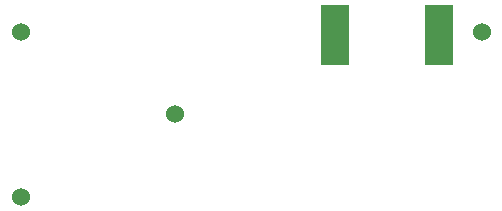
<source format=gbr>
G04*
G04 #@! TF.GenerationSoftware,Altium Limited,Altium Designer,24.6.1 (21)*
G04*
G04 Layer_Color=255*
%FSLAX25Y25*%
%MOIN*%
G70*
G04*
G04 #@! TF.SameCoordinates,848F02FD-2630-40CC-A56B-9648625414CD*
G04*
G04*
G04 #@! TF.FilePolarity,Positive*
G04*
G01*
G75*
%ADD20R,0.09500X0.20000*%
%ADD33C,0.06000*%
D20*
X116608Y65840D02*
D03*
X151108D02*
D03*
D33*
X62992Y39370D02*
D03*
X165354Y66929D02*
D03*
X11811Y11811D02*
D03*
Y66929D02*
D03*
M02*

</source>
